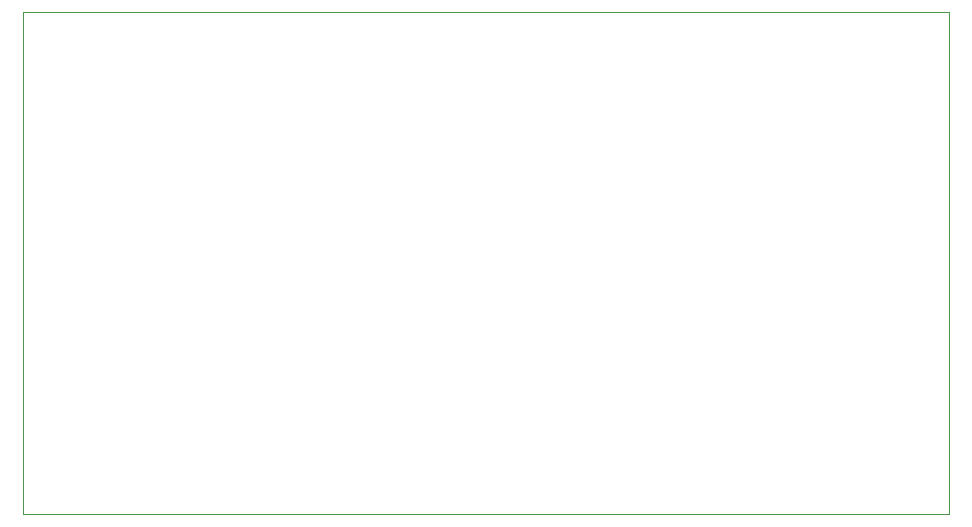
<source format=gbo>
G75*
%MOIN*%
%OFA0B0*%
%FSLAX25Y25*%
%IPPOS*%
%LPD*%
%AMOC8*
5,1,8,0,0,1.08239X$1,22.5*
%
%ADD10C,0.00000*%
D10*
X0001000Y0001800D02*
X0001000Y0169261D01*
X0309701Y0169261D01*
X0309701Y0001800D01*
X0001000Y0001800D01*
M02*

</source>
